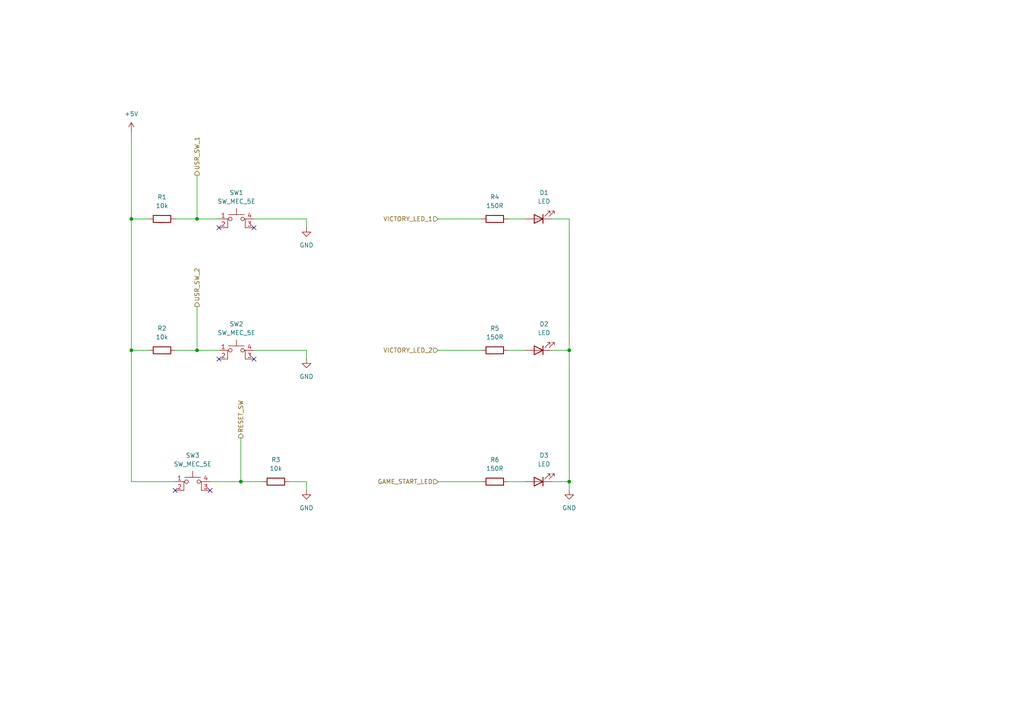
<source format=kicad_sch>
(kicad_sch (version 20231120) (generator "eeschema") (generator_version "8.0")
  (paper "A4")
  (lib_symbols
    (symbol "Device:LED" (pin_numbers hide) (pin_names (offset 1.016) hide)
      (property "Reference" "D" (at 0 2.54 0))
      (property "Value" "LED" (at 0 -2.54 0))
      (symbol "LED_0_1"
        (polyline (pts (xy -1.27 -1.27) (xy -1.27 1.27)) (stroke (width 0.254)))
        (polyline (pts (xy -1.27 0) (xy 1.27 0)))
        (polyline (pts (xy 1.27 -1.27) (xy 1.27 1.27) (xy -1.27 0) (xy 1.27 -1.27)) (stroke (width 0.254)))
        (polyline (pts (xy -3.048 -0.762) (xy -4.572 -2.286) (xy -3.81 -2.286) (xy -4.572 -2.286) (xy -4.572 -1.524)))
        (polyline (pts (xy -1.778 -0.762) (xy -3.302 -2.286) (xy -2.54 -2.286) (xy -3.302 -2.286) (xy -3.302 -1.524)))
      )
      (symbol "LED_1_1"
        (pin passive line (at -3.81 0 0) (length 2.54) (name "K") (number "1"))
        (pin passive line (at 3.81 0 180) (length 2.54) (name "A") (number "2"))
      )
    )
    (symbol "Device:R" (pin_numbers hide) (pin_names (offset 0))
      (property "Reference" "R" (at 2.032 0 90))
      (property "Value" "R" (at 0 0 90))
      (symbol "R_0_1"
        (rectangle (start -1.016 -2.54) (end 1.016 2.54) (stroke (width 0.254)))
      )
      (symbol "R_1_1"
        (pin passive line (at 0 3.81 270) (length 1.27) (name "~") (number "1"))
        (pin passive line (at 0 -3.81 90) (length 1.27) (name "~") (number "2"))
      )
    )
    (symbol "Switch:SW_MEC_5E" (pin_names (offset 1.016) hide)
      (property "Reference" "SW" (at 0.635 5.715 0))
      (property "Value" "SW_MEC_5E" (at 0 -3.175 0))
      (symbol "SW_MEC_5E_0_1"
        (circle (center -1.778 2.54) (radius 0.508))
        (polyline (pts (xy -2.286 3.81) (xy 2.286 3.81)))
        (polyline (pts (xy 0 3.81) (xy 0 5.588)))
        (polyline (pts (xy -2.54 0) (xy -2.54 2.54) (xy -2.286 2.54)))
        (polyline (pts (xy 2.54 0) (xy 2.54 2.54) (xy 2.286 2.54)))
        (circle (center 1.778 2.54) (radius 0.508))
        (pin passive line (at -5.08 2.54 0) (length 2.54) (name "1") (number "1"))
        (pin passive line (at -5.08 0 0) (length 2.54) (name "2") (number "2"))
        (pin passive line (at 5.08 0 180) (length 2.54) (name "K") (number "3"))
        (pin passive line (at 5.08 2.54 180) (length 2.54) (name "A") (number "4"))
      )
    )
    (symbol "power:+5V" (power) (pin_numbers hide) (pin_names (offset 0) hide)
      (property "Value" "+5V" (at 0 3.556 0))
      (symbol "+5V_0_1"
        (polyline (pts (xy -0.762 1.27) (xy 0 2.54)))
        (polyline (pts (xy 0 0) (xy 0 2.54)))
        (polyline (pts (xy 0 2.54) (xy 0.762 1.27)))
      )
      (symbol "+5V_1_1"
        (pin power_in line (at 0 0 90) (length 0) (name "~") (number "1"))
      )
    )
    (symbol "power:GND" (power) (pin_numbers hide) (pin_names (offset 0) hide)
      (property "Value" "GND" (at 0 -3.81 0))
      (symbol "GND_0_1"
        (polyline (pts (xy 0 0) (xy 0 -1.27) (xy 1.27 -1.27) (xy 0 -2.54) (xy -1.27 -1.27) (xy 0 -1.27)))
      )
      (symbol "GND_1_1"
        (pin power_in line (at 0 0 270) (length 0) (name "~") (number "1"))
      )
    )
  )
  (junction (at 69.85 139.7))
  (junction (at 57.15 101.6))
  (junction (at 165.1 139.7))
  (junction (at 165.1 101.6))
  (junction (at 38.1 63.5))
  (junction (at 38.1 101.6))
  (junction (at 57.15 63.5))
  (no_connect (at 60.96 142.24))
  (no_connect (at 63.5 66.04))
  (no_connect (at 73.66 66.04))
  (no_connect (at 73.66 104.14))
  (no_connect (at 63.5 104.14))
  (no_connect (at 50.8 142.24))
  (wire (pts (xy 147.32 63.5) (xy 152.4 63.5)))
  (wire (pts (xy 88.9 139.7) (xy 88.9 142.24)))
  (wire (pts (xy 69.85 127) (xy 69.85 139.7)))
  (wire (pts (xy 69.85 139.7) (xy 76.2 139.7)))
  (wire (pts (xy 127 63.5) (xy 139.7 63.5)))
  (wire (pts (xy 160.02 101.6) (xy 165.1 101.6)))
  (wire (pts (xy 127 101.6) (xy 139.7 101.6)))
  (wire (pts (xy 147.32 139.7) (xy 152.4 139.7)))
  (wire (pts (xy 165.1 63.5) (xy 165.1 101.6)))
  (wire (pts (xy 43.18 101.6) (xy 38.1 101.6)))
  (wire (pts (xy 88.9 101.6) (xy 73.66 101.6)))
  (wire (pts (xy 165.1 139.7) (xy 165.1 142.24)))
  (wire (pts (xy 57.15 63.5) (xy 57.15 50.8)))
  (wire (pts (xy 88.9 63.5) (xy 88.9 66.04)))
  (wire (pts (xy 50.8 101.6) (xy 57.15 101.6)))
  (wire (pts (xy 60.96 139.7) (xy 69.85 139.7)))
  (wire (pts (xy 38.1 139.7) (xy 50.8 139.7)))
  (wire (pts (xy 38.1 63.5) (xy 38.1 101.6)))
  (wire (pts (xy 88.9 101.6) (xy 88.9 104.14)))
  (wire (pts (xy 38.1 139.7) (xy 38.1 101.6)))
  (wire (pts (xy 160.02 63.5) (xy 165.1 63.5)))
  (wire (pts (xy 50.8 63.5) (xy 57.15 63.5)))
  (wire (pts (xy 57.15 88.9) (xy 57.15 101.6)))
  (wire (pts (xy 147.32 101.6) (xy 152.4 101.6)))
  (wire (pts (xy 83.82 139.7) (xy 88.9 139.7)))
  (wire (pts (xy 57.15 63.5) (xy 63.5 63.5)))
  (wire (pts (xy 38.1 63.5) (xy 43.18 63.5)))
  (wire (pts (xy 165.1 101.6) (xy 165.1 139.7)))
  (wire (pts (xy 57.15 101.6) (xy 63.5 101.6)))
  (wire (pts (xy 38.1 38.1) (xy 38.1 63.5)))
  (wire (pts (xy 127 139.7) (xy 139.7 139.7)))
  (wire (pts (xy 88.9 63.5) (xy 73.66 63.5)))
  (wire (pts (xy 160.02 139.7) (xy 165.1 139.7)))
  (hierarchical_label "USR_SW_2" (shape output) (at 57.15 88.9 90))
  (hierarchical_label "USR_SW_1" (shape output) (at 57.15 50.8 90))
  (hierarchical_label "VICTORY_LED_2" (shape input) (at 127 101.6 180))
  (hierarchical_label "RESET_SW" (shape output) (at 69.85 127 90))
  (hierarchical_label "VICTORY_LED_1" (shape input) (at 127 63.5 180))
  (hierarchical_label "GAME_START_LED" (shape input) (at 127 139.7 180))
  (symbol (lib_id "Device:LED") (at 156.21 139.7 180) (unit 1)
    (property "Reference" "D3" (at 157.7975 132.08 0))
    (property "Value" "LED" (at 157.7975 134.62 0))
    (property "Description" "Light emitting diode" (effects (hide yes)))
  )
  (symbol (lib_id "power:+5V") (at 38.1 38.1 0) (unit 1)
    (property "Reference" "#PWR03" (effects (hide yes)))
    (property "Value" "+5V" (at 38.1 33.02 0))
    (property "Description" "Power symbol creates a global label with name \"+5V\"" (effects (hide yes)))
  )
  (symbol (lib_id "power:GND") (at 88.9 142.24 0) (unit 1)
    (property "Reference" "#PWR04" (effects (hide yes)))
    (property "Value" "GND" (at 88.9 147.32 0))
    (property "Description" "Power symbol creates a global label with name \"GND\" , ground" (effects (hide yes)))
  )
  (symbol (lib_id "Device:LED") (at 156.21 101.6 180) (unit 1)
    (property "Reference" "D2" (at 157.7975 93.98 0))
    (property "Value" "LED" (at 157.7975 96.52 0))
    (property "Description" "Light emitting diode" (effects (hide yes)))
  )
  (symbol (lib_id "Device:R") (at 143.51 63.5 90) (unit 1)
    (property "Reference" "R4" (at 143.51 57.15 90))
    (property "Value" "150R" (at 143.51 59.69 90))
    (property "Description" "Resistor" (effects (hide yes)))
  )
  (symbol (lib_id "Device:R") (at 143.51 101.6 90) (unit 1)
    (property "Reference" "R5" (at 143.51 95.25 90))
    (property "Value" "150R" (at 143.51 97.79 90))
    (property "Description" "Resistor" (effects (hide yes)))
  )
  (symbol (lib_id "Device:R") (at 46.99 101.6 90) (unit 1)
    (property "Reference" "R2" (at 46.99 95.25 90))
    (property "Value" "10k" (at 46.99 97.79 90))
    (property "Description" "Resistor" (effects (hide yes)))
  )
  (symbol (lib_id "Switch:SW_MEC_5E") (at 68.58 104.14 0) (unit 1)
    (property "Reference" "SW2" (at 68.58 93.98 0))
    (property "Value" "SW_MEC_5E" (at 68.58 96.52 0))
    (property "Datasheet" "http://www.apem.com/int/index.php?controller=attachment&id_attachment=1371" (effects (hide yes)))
    (property "Description" "MEC 5E single pole normally-open tactile switch" (effects (hide yes)))
  )
  (symbol (lib_id "Device:LED") (at 156.21 63.5 180) (unit 1)
    (property "Reference" "D1" (at 157.7975 55.88 0))
    (property "Value" "LED" (at 157.7975 58.42 0))
    (property "Description" "Light emitting diode" (effects (hide yes)))
  )
  (symbol (lib_id "power:GND") (at 165.1 142.24 0) (unit 1)
    (property "Reference" "#PWR05" (effects (hide yes)))
    (property "Value" "GND" (at 165.1 147.32 0))
    (property "Description" "Power symbol creates a global label with name \"GND\" , ground" (effects (hide yes)))
  )
  (symbol (lib_id "power:GND") (at 88.9 104.14 0) (unit 1)
    (property "Reference" "#PWR02" (effects (hide yes)))
    (property "Value" "GND" (at 88.9 109.22 0))
    (property "Description" "Power symbol creates a global label with name \"GND\" , ground" (effects (hide yes)))
  )
  (symbol (lib_id "Switch:SW_MEC_5E") (at 68.58 66.04 0) (unit 1)
    (property "Reference" "SW1" (at 68.58 55.88 0))
    (property "Value" "SW_MEC_5E" (at 68.58 58.42 0))
    (property "Datasheet" "http://www.apem.com/int/index.php?controller=attachment&id_attachment=1371" (effects (hide yes)))
    (property "Description" "MEC 5E single pole normally-open tactile switch" (effects (hide yes)))
  )
  (symbol (lib_id "Switch:SW_MEC_5E") (at 55.88 142.24 0) (unit 1)
    (property "Reference" "SW3" (at 55.88 132.08 0))
    (property "Value" "SW_MEC_5E" (at 55.88 134.62 0))
    (property "Datasheet" "http://www.apem.com/int/index.php?controller=attachment&id_attachment=1371" (effects (hide yes)))
    (property "Description" "MEC 5E single pole normally-open tactile switch" (effects (hide yes)))
  )
  (symbol (lib_id "Device:R") (at 80.01 139.7 90) (unit 1)
    (property "Reference" "R3" (at 80.01 133.35 90))
    (property "Value" "10k" (at 80.01 135.89 90))
    (property "Description" "Resistor" (effects (hide yes)))
  )
  (symbol (lib_id "Device:R") (at 143.51 139.7 90) (unit 1)
    (property "Reference" "R6" (at 143.51 133.35 90))
    (property "Value" "150R" (at 143.51 135.89 90))
    (property "Description" "Resistor" (effects (hide yes)))
  )
  (symbol (lib_id "power:GND") (at 88.9 66.04 0) (unit 1)
    (property "Reference" "#PWR01" (effects (hide yes)))
    (property "Value" "GND" (at 88.9 71.12 0))
    (property "Description" "Power symbol creates a global label with name \"GND\" , ground" (effects (hide yes)))
  )
  (symbol (lib_id "Device:R") (at 46.99 63.5 90) (unit 1)
    (property "Reference" "R1" (at 46.99 57.15 90))
    (property "Value" "10k" (at 46.99 59.69 90))
    (property "Description" "Resistor" (effects (hide yes)))
  )
)
</source>
